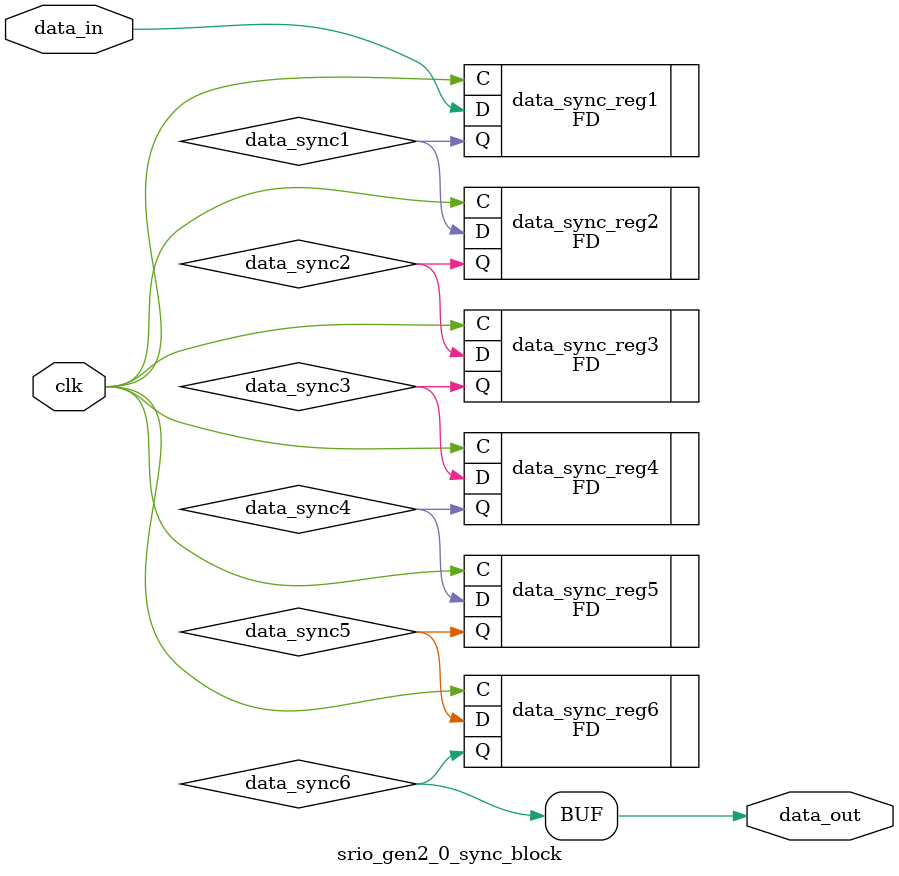
<source format=v>




`timescale 1ps / 1ps

//(* dont_touch = "yes" *)
module srio_gen2_0_sync_block #(
  parameter INITIALISE = 6'b000000
)
(
  input        clk,              // clock to be sync'ed to
  input        data_in,          // Data to be 'synced'
  output       data_out          // synced data
);

  // Internal Signals
  wire data_sync1;
  wire data_sync2;
  wire data_sync3;
  wire data_sync4;
  wire data_sync5;
  wire data_sync6;


  (* shreg_extract = "no", ASYNC_REG = "TRUE" *)
  FD #(
    .INIT (INITIALISE[0])
  ) data_sync_reg1 (
    .C  (clk),
    .D  (data_in),
    .Q  (data_sync1)
  );


  (* shreg_extract = "no", ASYNC_REG = "TRUE" *)
  FD #(
   .INIT (INITIALISE[1])
  ) data_sync_reg2 (
  .C  (clk),
  .D  (data_sync1),
  .Q  (data_sync2)
  );


  (* shreg_extract = "no", ASYNC_REG = "TRUE" *)
  FD #(
   .INIT (INITIALISE[2])
  ) data_sync_reg3 (
  .C  (clk),
  .D  (data_sync2),
  .Q  (data_sync3)
  );

  (* shreg_extract = "no", ASYNC_REG = "TRUE" *)
  FD #(
   .INIT (INITIALISE[3])
  ) data_sync_reg4 (
  .C  (clk),
  .D  (data_sync3),
  .Q  (data_sync4)
  );

  (* shreg_extract = "no", ASYNC_REG = "TRUE" *)
  FD #(
   .INIT (INITIALISE[4])
  ) data_sync_reg5 (
  .C  (clk),
  .D  (data_sync4),
  .Q  (data_sync5)
  );

  (* shreg_extract = "no", ASYNC_REG = "TRUE" *)
  FD #(
   .INIT (INITIALISE[5])
  ) data_sync_reg6 (
  .C  (clk),
  .D  (data_sync5),
  .Q  (data_sync6)
  );
  assign data_out = data_sync6;



endmodule


</source>
